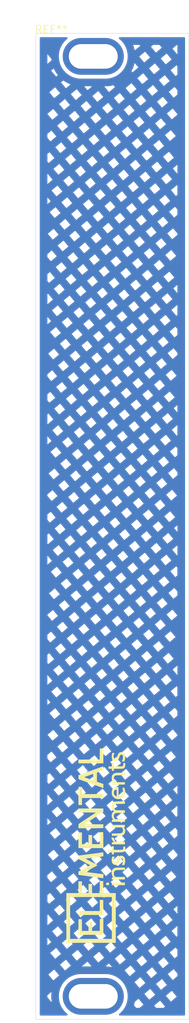
<source format=kicad_pcb>
(kicad_pcb (version 20241229) (generator "pcbnew") (generator_version "9.0")
  (layers (0 "F.Cu" signal) (2 "B.Cu" signal) (13 "F.Paste" user) (15 "B.Paste" user) (5 "F.SilkS" user "F.Silkscreen") (7 "B.SilkS" user "B.Silkscreen") (1 "F.Mask" user) (3 "B.Mask" user) (25 "Edge.Cuts" user))
  (net 0 "")
  (footprint "elemental:elemental-25.4mm" (layer "F.Cu") (at 136 138 90)
    (property "Reference" "G***" (hide yes))
    (property "Value" "LOGO" (hide yes))
    (fp_poly (pts (xy -4.84505 1.935537) (xy -4.6863 1.9431) (xy -4.672916 3.6322) (xy -5.0038 3.6322) (xy -5.0038 1.927975) (xy -4.84505 1.935537)) (stroke (width 0.01)) (fill yes) (layer "F.SilkS"))
    (fp_poly (pts (xy -4.84505 1.198937) (xy -4.6863 1.2065) (xy -4.67879 1.37795) (xy -4.671279 1.5494) (xy -5.0038 1.5494) (xy -5.0038 1.191375) (xy -4.84505 1.198937)) (stroke (width 0.01)) (fill yes) (layer "F.SilkS"))
    (fp_poly (pts (xy 11.3665 0.3429) (xy 12.08405 0.349645) (xy 12.8016 0.356391) (xy 12.8016 0.8128) (xy 10.8712 0.8128) (xy 10.8712 -2.4384) (xy 11.353366 -2.4384) (xy 11.3665 0.3429)) (stroke (width 0.01)) (fill yes) (layer "F.SilkS"))
    (fp_poly (pts (xy 7.7978 -1.9812) (xy 6.858 -1.9812) (xy 6.858 0.8128) (xy 6.35 0.8128) (xy 6.35 -1.9812) (xy 5.4356 -1.9812) (xy 5.4356 -2.4384) (xy 7.7978 -2.4384) (xy 7.7978 -1.9812)) (stroke (width 0.01)) (fill yes) (layer "F.SilkS"))
    (fp_poly (pts (xy -8.382 0.3556) (xy -6.932223 0.3556) (xy -6.939562 0.57785) (xy -6.9469 0.8001) (xy -7.91845 0.806751) (xy -8.89 0.813403) (xy -8.89 -2.4384) (xy -8.382 -2.4384) (xy -8.382 0.3556)) (stroke (width 0.01)) (fill yes) (layer "F.SilkS"))
    (fp_poly (pts (xy -9.454162 -2.21615) (xy -9.4615 -1.9939) (xy -10.21715 -1.987173) (xy -10.9728 -1.980445) (xy -10.9728 -1.1176) (xy -9.779 -1.1176) (xy -9.779 -0.6604) (xy -10.9728 -0.6604) (xy -10.9728 0.3556) (xy -9.4234 0.3556) (xy -9.4234 0.8128) (xy -11.4808 0.8128) (xy -11.4808 -2.4384) (xy -9.446823 -2.4384) (xy -9.454162 -2.21615)) (stroke (width 0.01)) (fill yes) (layer "F.SilkS"))
    (fp_poly (pts (xy 1.8542 -1.9812) (xy 0.3302 -1.9812) (xy 0.3302 -1.1176) (xy 1.524 -1.1176) (xy 1.524 -0.6604) (xy 0.3302 -0.6604) (xy 0.3302 0.3556) (xy 1.906977 0.3556) (xy 1.899638 0.57785) (xy 1.8923 0.8001) (xy 0.85725 0.806734) (xy -0.1778 0.813369) (xy -0.1778 -2.4384) (xy 1.8542 -2.4384) (xy 1.8542 -1.9812)) (stroke (width 0.01)) (fill yes) (layer "F.SilkS"))
    (fp_poly (pts (xy -6.0452 -2.4384) (xy -4.5212 -2.4384) (xy -4.5212 -1.9812) (xy -6.0452 -1.9812) (xy -6.0452 -1.1176) (xy -4.8514 -1.1176) (xy -4.8514 -0.6604) (xy -6.0452 -0.6604) (xy -6.0452 0.3556) (xy -4.468423 0.3556) (xy -4.475762 0.57785) (xy -4.4831 0.8001) (xy -6.0452 0.813534) (xy -6.0452 2.4384) (xy -12.5222 2.4384) (xy -12.5222 -3.5306) (xy -12.0142 -3.5306) (xy -12.0142 1.9304) (xy -6.5532 1.9304) (xy -6.5532 -3.5306) (xy -12.0142 -3.5306) (xy -12.5222 -3.5306) (xy -12.5222 -4.0132) (xy -6.0452 -4.0132) (xy -6.0452 -2.4384)) (stroke (width 0.01)) (fill yes) (layer "F.SilkS"))
    (fp_poly (pts (xy 2.685008 -2.43291) (xy 2.957016 -2.4257) (xy 4.4577 -0.149554) (xy 4.464308 -1.293977) (xy 4.470917 -2.438401) (xy 4.724658 -2.4384) (xy 4.9784 -2.4384) (xy 4.9784 0.8128) (xy 4.554809 0.8128) (xy 3.737935 -0.41275) (xy 2.921062 -1.6383) (xy 2.921 0.8128) (xy 2.683933 0.8128) (xy 2.578785 0.811092) (xy 2.493634 0.806512) (xy 2.440692 0.799874) (xy 2.429933 0.795866) (xy 2.426976 0.768164) (xy 2.424182 0.693994) (xy 2.421598 0.577688) (xy 2.419269 0.423578) (xy 2.417239 0.235996) (xy 2.415553 0.019274) (xy 2.414257 -0.222255) (xy 2.413396 -0.48426) (xy 2.413015 -0.76241) (xy 2.413 -0.830593) (xy 2.413 -2.440119) (xy 2.685008 -2.43291)) (stroke (width 0.01)) (fill yes) (layer "F.SilkS"))
    (fp_poly (pts (xy 1.193902 1.884169) (xy 1.211102 1.904924) (xy 1.206875 1.93675) (xy 1.193102 1.999768) (xy 1.176511 2.08045) (xy 1.17389 2.093642) (xy 1.160035 2.150539) (xy 1.13788 2.18354) (xy 1.093614 2.203555) (xy 1.013423 2.221494) (xy 1.011537 2.22187) (xy 0.90844 2.25159) (xy 0.806793 2.295111) (xy 0.764638 2.319338) (xy 0.6604 2.38832) (xy 0.6604 3.6322) (xy 0.3048 3.6322) (xy 0.3048 1.9304) (xy 0.4445 1.9304) (xy 0.524604 1.932162) (xy 0.566321 1.941014) (xy 0.582032 1.962302) (xy 0.5842 1.990725) (xy 0.58935 2.061532) (xy 0.599492 2.127513) (xy 0.614785 2.203976) (xy 0.730897 2.092721) (xy 0.858261 1.988615) (xy 0.986468 1.916469) (xy 1.104871 1.881846) (xy 1.138803 1.8796) (xy 1.193902 1.884169)) (stroke (width 0.01)) (fill yes) (layer "F.SilkS"))
    (fp_poly (pts (xy -3.346336 1.910351) (xy -3.165998 1.937068) (xy -3.022398 1.994053) (xy -2.908415 2.085947) (xy -2.816924 2.217394) (xy -2.788891 2.273616) (xy -2.770478 2.316222) (xy -2.756247 2.35898) (xy -2.745544 2.409176) (xy -2.737712 2.474093) (xy -2.7321 2.561016) (xy -2.728051 2.67723) (xy -2.724911 2.830018) (xy -2.722166 3.01625) (xy -2.713832 3.6322) (xy -3.017088 3.6322) (xy -3.026713 3.06705) (xy -3.030333 2.879183) (xy -3.034414 2.73473) (xy -3.039621 2.626304) (xy -3.04662 2.546519) (xy -3.056076 2.487989) (xy -3.068653 2.443328) (xy -3.085018 2.40515) (xy -3.086619 2.401939) (xy -3.153238 2.300008) (xy -3.237396 2.234701) (xy -3.35044 2.199174) (xy -3.439462 2.189137) (xy -3.609415 2.193447) (xy -3.74865 2.231957) (xy -3.861446 2.30314) (xy -3.937 2.366715) (xy -3.937 3.6322) (xy -4.2672 3.6322) (xy -4.2672 1.9304) (xy -4.141351 1.9304) (xy -4.066172 1.932315) (xy -4.026853 1.944141) (xy -4.008464 1.974996) (xy -3.999219 2.017197) (xy -3.982936 2.103995) (xy -3.871484 2.033315) (xy -3.715494 1.954595) (xy -3.550379 1.914468) (xy -3.361261 1.909451) (xy -3.346336 1.910351)) (stroke (width 0.01)) (fill yes) (layer "F.SilkS"))
    (fp_poly (pts (xy 9.094872 1.916694) (xy 9.264307 1.961994) (xy 9.402512 2.046886) (xy 9.510476 2.171945) (xy 9.57869 2.308898) (xy 9.596546 2.360134) (xy 9.610423 2.41413) (xy 9.621032 2.478614) (xy 9.629082 2.561317) (xy 9.635284 2.669968) (xy 9.640346 2.812297) (xy 9.644981 2.996034) (xy 9.645988 3.04165) (xy 9.658825 3.6322) (xy 9.325177 3.6322) (xy 9.317138 3.04165) (xy 9.313527 2.831709) (xy 9.308027 2.666177) (xy 9.299076 2.538664) (xy 9.285111 2.442778) (xy 9.264568 2.37213) (xy 9.235883 2.320329) (xy 9.197495 2.280986) (xy 9.147838 2.247709) (xy 9.118996 2.231722) (xy 8.999597 2.192195) (xy 8.859852 2.183059) (xy 8.716235 2.202081) (xy 8.585219 2.247028) (xy 8.483276 2.315666) (xy 8.480649 2.318258) (xy 8.4074 2.391507) (xy 8.4074 3.6322) (xy 8.1026 3.6322) (xy 8.1026 1.927616) (xy 8.22176 1.935358) (xy 8.295223 1.943058) (xy 8.334129 1.960795) (xy 8.354714 1.999265) (xy 8.362875 2.028306) (xy 8.380066 2.083043) (xy 8.398515 2.095837) (xy 8.427864 2.075715) (xy 8.560715 1.990222) (xy 8.727944 1.933558) (xy 8.893216 1.910409) (xy 9.094872 1.916694)) (stroke (width 0.01)) (fill yes) (layer "F.SilkS"))
    (fp_poly (pts (xy 2.67335 1.935537) (xy 2.8321 1.9431) (xy 2.845484 3.6322) (xy 2.695917 3.6322) (xy 2.61219 3.630868) (xy 2.565884 3.622677) (xy 2.543622 3.601334) (xy 2.532029 3.560547) (xy 2.530815 3.554529) (xy 2.515281 3.476858) (xy 2.41969 3.55241) (xy 2.273927 3.636951) (xy 2.107716 3.675838) (xy 1.919877 3.669278) (xy 1.840378 3.654419) (xy 1.720074 3.604847) (xy 1.605756 3.517642) (xy 1.512532 3.405147) (xy 1.491512 3.369393) (xy 1.474384 3.334972) (xy 1.461001 3.299011) (xy 1.450806 3.25482) (xy 1.443243 3.19571) (xy 1.437755 3.114991) (xy 1.433784 3.005974) (xy 1.430774 2.861969) (xy 1.428168 2.676286) (xy 1.427212 2.59715) (xy 1.419324 1.9304) (xy 1.7272 1.9304) (xy 1.7272 2.459189) (xy 1.728816 2.680117) (xy 1.734417 2.856652) (xy 1.745133 2.995121) (xy 1.762092 3.101852) (xy 1.786425 3.183172) (xy 1.81926 3.245408) (xy 1.861727 3.294886) (xy 1.879136 3.310412) (xy 1.988877 3.371542) (xy 2.117825 3.394353) (xy 2.252514 3.379424) (xy 2.379478 3.327335) (xy 2.437245 3.286374) (xy 2.5146 3.221284) (xy 2.5146 1.927975) (xy 2.67335 1.935537)) (stroke (width 0.01)) (fill yes) (layer "F.SilkS"))
    (fp_poly (pts (xy -0.4064 1.9304) (xy 0.0508 1.9304) (xy 0.0508 2.1844) (xy -0.4064 2.1844) (xy -0.4064 2.740386) (xy -0.406101 2.941399) (xy -0.403699 3.097477) (xy -0.396934 3.214485) (xy -0.383549 3.298288) (xy -0.361285 3.354751) (xy -0.327885 3.389738) (xy -0.281089 3.409115) (xy -0.218639 3.418746) (xy -0.143094 3.424189) (xy 0.0254 3.434917) (xy 0.0254 3.518781) (xy 0.021963 3.599044) (xy 0.004953 3.647731) (xy -0.035677 3.672563) (xy -0.109976 3.681259) (xy -0.186868 3.681885) (xy -0.294259 3.676391) (xy -0.395756 3.663151) (xy -0.463791 3.646695) (xy -0.53692 3.618144) (xy -0.594849 3.586549) (xy -0.639453 3.545904) (xy -0.67261 3.490201) (xy -0.696195 3.413435) (xy -0.712086 3.309599) (xy -0.722159 3.172687) (xy -0.72829 2.996692) (xy -0.732176 2.78765) (xy -0.741284 2.1844) (xy -1.022647 2.1844) (xy -1.006903 2.08915) (xy -0.996451 2.0184) (xy -0.991063 1.967321) (xy -0.99088 1.96215) (xy -0.966019 1.940361) (xy -0.89208 1.930854) (xy -0.8636 1.9304) (xy -0.7366 1.9304) (xy -0.7366 1.726402) (xy -0.735974 1.621546) (xy -0.728079 1.556586) (xy -0.70389 1.520649) (xy -0.654381 1.502862) (xy -0.570528 1.492353) (xy -0.53975 1.489242) (xy -0.4064 1.475593) (xy -0.4064 1.9304)) (stroke (width 0.01)) (fill yes) (layer "F.SilkS"))
    (fp_poly (pts (xy 10.455688 1.501638) (xy 10.462109 1.550818) (xy 10.464564 1.637972) (xy 10.4648 1.699082) (xy 10.4648 1.9304) (xy 10.922 1.9304) (xy 10.922 2.1844) (xy 10.458248 2.1844) (xy 10.469524 2.756642) (xy 10.473487 2.955333) (xy 10.478213 3.109146) (xy 10.486145 3.223975) (xy 10.499726 3.305713) (xy 10.521399 3.360254) (xy 10.553607 3.393493) (xy 10.598792 3.411324) (xy 10.659397 3.419639) (xy 10.737865 3.424335) (xy 10.746462 3.424813) (xy 10.839702 3.431159) (xy 10.892146 3.439565) (xy 10.913764 3.45391) (xy 10.914527 3.478071) (xy 10.911827 3.489139) (xy 10.900385 3.557413) (xy 10.896946 3.61315) (xy 10.8966 3.683) (xy 10.69975 3.680816) (xy 10.593956 3.676924) (xy 10.498951 3.668708) (xy 10.433802 3.657868) (xy 10.42973 3.656725) (xy 10.357439 3.622912) (xy 10.293106 3.576358) (xy 10.252965 3.535906) (xy 10.221765 3.492934) (xy 10.198395 3.440695) (xy 10.181739 3.37244) (xy 10.170686 3.281423) (xy 10.164123 3.160894) (xy 10.160936 3.004106) (xy 10.160012 2.804311) (xy 10.16 2.769415) (xy 10.16 2.1844) (xy 9.877816 2.1844) (xy 9.8933 1.9431) (xy 10.02665 1.935422) (xy 10.16 1.927745) (xy 10.16 1.4986) (xy 10.272222 1.4986) (xy 10.35083 1.49523) (xy 10.412069 1.486796) (xy 10.424622 1.483182) (xy 10.443721 1.481929) (xy 10.455688 1.501638)) (stroke (width 0.01)) (fill yes) (layer "F.SilkS"))
    (fp_poly (pts (xy 7.174804 1.919555) (xy 7.264329 1.926557) (xy 7.331008 1.940858) (xy 7.388773 1.964609) (xy 7.4041 1.972624) (xy 7.558665 2.08229) (xy 7.671912 2.221221) (xy 7.743065 2.388073) (xy 7.771349 2.581504) (xy 7.771842 2.60985) (xy 7.7724 2.794) (xy 6.523763 2.794) (xy 6.540388 2.87655) (xy 6.578893 3.002709) (xy 6.638814 3.125143) (xy 6.71085 3.227691) (xy 6.777951 3.289361) (xy 6.928425 3.35919) (xy 7.106783 3.392166) (xy 7.305422 3.387783) (xy 7.516737 3.345537) (xy 7.536511 3.339742) (xy 7.606755 3.320389) (xy 7.653318 3.310931) (xy 7.663155 3.311288) (xy 7.670719 3.3386) (xy 7.681312 3.399161) (xy 7.686384 3.434014) (xy 7.702188 3.549313) (xy 7.540444 3.604359) (xy 7.361785 3.649766) (xy 7.17311 3.67128) (xy 6.992956 3.667824) (xy 6.858615 3.64396) (xy 6.658151 3.564982) (xy 6.491693 3.451308) (xy 6.362408 3.30552) (xy 6.294905 3.183907) (xy 6.228446 2.977832) (xy 6.207618 2.770992) (xy 6.230266 2.570132) (xy 6.231874 2.5654) (xy 6.554457 2.5654) (xy 7.4422 2.5654) (xy 7.442105 2.49555) (xy 7.419838 2.398758) (xy 7.361947 2.305971) (xy 7.28142 2.235944) (xy 7.251959 2.220971) (xy 7.102371 2.183366) (xy 6.953439 2.19054) (xy 6.814713 2.238548) (xy 6.695742 2.323446) (xy 6.606076 2.44129) (xy 6.579861 2.498582) (xy 6.554457 2.5654) (xy 6.231874 2.5654) (xy 6.294234 2.382001) (xy 6.397369 2.213344) (xy 6.537514 2.07091) (xy 6.6802 1.977543) (xy 6.742258 1.948875) (xy 6.805093 1.930973) (xy 6.883342 1.921459) (xy 6.991646 1.917953) (xy 7.0485 1.9177) (xy 7.174804 1.919555)) (stroke (width 0.01)) (fill yes) (layer "F.SilkS"))
    (fp_poly (pts (xy 9.341517 -2.369408) (xy 9.354354 -2.333592) (xy 9.382826 -2.254214) (xy 9.425406 -2.135524) (xy 9.480569 -1.981775) (xy 9.54679 -1.797217) (xy 9.622543 -1.586102) (xy 9.706303 -1.352682) (xy 9.796545 -1.101208) (xy 9.891741 -0.835932) (xy 9.915801 -0.768889) (xy 10.011272 -0.502459) (xy 10.101474 -0.249966) (xy 10.184964 -0.015499) (xy 10.260299 0.196851) (xy 10.326035 0.382996) (xy 10.38073 0.538846) (xy 10.422941 0.660312) (xy 10.451223 0.743303) (xy 10.464135 0.78373) (xy 10.4648 0.786861) (xy 10.440478 0.799286) (xy 10.371644 0.808013) (xy 10.264493 0.812402) (xy 10.213202 0.8128) (xy 9.961604 0.8128) (xy 9.886463 0.60325) (xy 9.839172 0.47069) (xy 9.786438 0.321854) (xy 9.739413 0.188219) (xy 9.738011 0.184215) (xy 9.6647 -0.025269) (xy 9.066089 -0.025335) (xy 8.467479 -0.0254) (xy 8.171811 0.8128) (xy 7.647281 0.8128) (xy 7.723128 0.60325) (xy 7.745649 0.540757) (xy 7.783477 0.435471) (xy 7.834805 0.29243) (xy 7.897828 0.116671) (xy 7.970739 -0.086767) (xy 8.051735 -0.312848) (xy 8.121626 -0.508) (xy 8.639044 -0.508) (xy 9.494972 -0.508) (xy 9.41021 -0.74295) (xy 9.368725 -0.858781) (xy 9.316932 -1.004645) (xy 9.261184 -1.162583) (xy 9.207836 -1.314641) (xy 9.203465 -1.32715) (xy 9.159502 -1.45053) (xy 9.120694 -1.554779) (xy 9.090318 -1.63145) (xy 9.071648 -1.6721) (xy 9.068042 -1.6764) (xy 9.055031 -1.653884) (xy 9.028972 -1.592284) (xy 8.993425 -1.500528) (xy 8.951949 -1.387542) (xy 8.943991 -1.36525) (xy 8.889869 -1.21303) (xy 8.830092 -1.044944) (xy 8.772875 -0.884093) (xy 8.736212 -0.78105) (xy 8.639044 -0.508) (xy 8.121626 -0.508) (xy 8.139008 -0.556532) (xy 8.230753 -0.812783) (xy 8.303491 -1.016) (xy 8.808009 -2.4257) (xy 9.06212 -2.432908) (xy 9.316232 -2.440116) (xy 9.341517 -2.369408)) (stroke (width 0.01)) (fill yes) (layer "F.SilkS"))
    (fp_poly (pts (xy -1.604805 1.916296) (xy -1.459153 1.941895) (xy -1.4224 1.952382) (xy -1.2827 1.99666) (xy -1.291375 2.13498) (xy -1.297045 2.212238) (xy -1.302465 2.264833) (xy -1.305321 2.278779) (xy -1.328788 2.271383) (xy -1.383696 2.246545) (xy -1.434301 2.221629) (xy -1.527769 2.1827) (xy -1.624878 2.163553) (xy -1.733459 2.159) (xy -1.82968 2.161025) (xy -1.891878 2.170416) (xy -1.936773 2.192144) (xy -1.981084 2.23118) (xy -1.983154 2.233246) (xy -2.042077 2.318695) (xy -2.056545 2.406544) (xy -2.025862 2.486801) (xy -2.002645 2.512833) (xy -1.955148 2.542866) (xy -1.872829 2.581393) (xy -1.769507 2.622267) (xy -1.709175 2.643374) (xy -1.526694 2.713624) (xy -1.388714 2.789593) (xy -1.288952 2.875823) (xy -1.221122 2.976854) (xy -1.208251 3.005359) (xy -1.180071 3.082817) (xy -1.170997 3.146826) (xy -1.179132 3.222555) (xy -1.188354 3.269327) (xy -1.239407 3.413168) (xy -1.326326 3.524448) (xy -1.450744 3.604265) (xy -1.614291 3.653715) (xy -1.78862 3.672841) (xy -1.916408 3.672949) (xy -2.038214 3.663536) (xy -2.1209 3.648918) (xy -2.21528 3.619755) (xy -2.304574 3.58487) (xy -2.33321 3.571175) (xy -2.388867 3.536375) (xy -2.408123 3.50043) (xy -2.40306 3.449145) (xy -2.391406 3.366117) (xy -2.3876 3.300041) (xy -2.3876 3.228232) (xy -2.26695 3.290484) (xy -2.123112 3.349365) (xy -1.972992 3.384407) (xy -1.827741 3.395243) (xy -1.698513 3.381505) (xy -1.59646 3.342826) (xy -1.558911 3.313819) (xy -1.505358 3.23435) (xy -1.50079 3.154671) (xy -1.543451 3.076983) (xy -1.631583 3.003483) (xy -1.76343 2.936373) (xy -1.898334 2.88902) (xy -2.076847 2.824191) (xy -2.209104 2.748403) (xy -2.299207 2.657404) (xy -2.351257 2.546939) (xy -2.369354 2.412755) (xy -2.369458 2.4003) (xy -2.346015 2.248004) (xy -2.278301 2.11712) (xy -2.170236 2.012994) (xy -2.034797 1.944086) (xy -1.912479 1.917123) (xy -1.762532 1.90795) (xy -1.604805 1.916296)) (stroke (width 0.01)) (fill yes) (layer "F.SilkS"))
    (fp_poly (pts (xy 11.902293 1.921917) (xy 12.019473 1.935593) (xy 12.111602 1.960269) (xy 12.119582 1.96327) (xy 12.237665 2.00884) (xy 12.225441 2.11567) (xy 12.213554 2.20698) (xy 12.198011 2.254505) (xy 12.169365 2.264932) (xy 12.118168 2.244945) (xy 12.074806 2.222258) (xy 11.966725 2.180939) (xy 11.846131 2.160387) (xy 11.724853 2.15958) (xy 11.614723 2.177496) (xy 11.527571 2.213112) (xy 11.475225 2.265405) (xy 11.471178 2.274437) (xy 11.456068 2.356971) (xy 11.464269 2.443195) (xy 11.487348 2.497783) (xy 11.523232 2.523691) (xy 11.596133 2.560571) (xy 11.694918 2.603205) (xy 11.791898 2.64043) (xy 11.947166 2.699646) (xy 12.062482 2.751666) (xy 12.147022 2.802215) (xy 12.209962 2.857022) (xy 12.260479 2.921812) (xy 12.272216 2.940198) (xy 12.311226 3.022518) (xy 12.326699 3.115486) (xy 12.327333 3.17742) (xy 12.305792 3.331066) (xy 12.246547 3.454201) (xy 12.145896 3.552108) (xy 12.0142 3.624161) (xy 11.94334 3.643578) (xy 11.839005 3.65944) (xy 11.71847 3.670422) (xy 11.599008 3.675197) (xy 11.497897 3.672439) (xy 11.4554 3.667048) (xy 11.357349 3.643212) (xy 11.25999 3.611476) (xy 11.178799 3.577641) (xy 11.129256 3.547509) (xy 11.125159 3.54325) (xy 11.10804 3.487185) (xy 11.111298 3.385153) (xy 11.113461 3.366599) (xy 11.131114 3.225312) (xy 11.212784 3.275786) (xy 11.33475 3.33335) (xy 11.476231 3.372279) (xy 11.623215 3.391316) (xy 11.761691 3.389202) (xy 11.877646 3.36468) (xy 11.92853 3.34004) (xy 11.983783 3.276311) (xy 12.003412 3.189678) (xy 11.989474 3.113274) (xy 11.9488 3.051619) (xy 11.872855 2.994776) (xy 11.756585 2.939829) (xy 11.594933 2.883866) (xy 11.587496 2.881578) (xy 11.406772 2.811049) (xy 11.273033 2.724099) (xy 11.184809 2.619555) (xy 11.14844 2.53198) (xy 11.131032 2.377395) (xy 11.161318 2.232505) (xy 11.236249 2.104638) (xy 11.352773 2.001128) (xy 11.37506 1.987325) (xy 11.434836 1.954876) (xy 11.489983 1.934394) (xy 11.554956 1.923175) (xy 11.644211 1.918518) (xy 11.7475 1.9177) (xy 11.902293 1.921917)) (stroke (width 0.01)) (fill yes) (layer "F.SilkS"))
    (fp_poly (pts (xy 4.265727 1.938772) (xy 4.414281 2.009738) (xy 4.537782 2.118157) (xy 4.542652 2.123973) (xy 4.624005 2.2225) (xy 4.688755 2.139934) (xy 4.750312 2.077398) (xy 4.832387 2.013188) (xy 4.872302 1.987534) (xy 4.932201 1.954996) (xy 4.987355 1.934455) (xy 5.052231 1.923202) (xy 5.141293 1.918526) (xy 5.2451 1.9177) (xy 5.36808 1.919232) (xy 5.454391 1.925411) (xy 5.518111 1.938605) (xy 5.573318 1.961187) (xy 5.604793 1.978259) (xy 5.682425 2.032018) (xy 5.749206 2.093505) (xy 5.765004 2.112556) (xy 5.804367 2.170025) (xy 5.835429 2.228374) (xy 5.859333 2.294623) (xy 5.87722 2.375795) (xy 5.890232 2.478911) (xy 5.899511 2.610991) (xy 5.906199 2.779057) (xy 5.911437 2.990129) (xy 5.911973 3.01625) (xy 5.924443 3.6322) (xy 5.591323 3.6322) (xy 5.583311 3.02895) (xy 5.579735 2.815108) (xy 5.574376 2.646024) (xy 5.565797 2.515653) (xy 5.552561 2.417954) (xy 5.53323 2.346884) (xy 5.506367 2.2964) (xy 5.470534 2.260461) (xy 5.424294 2.233024) (xy 5.390375 2.217886) (xy 5.289533 2.192665) (xy 5.169386 2.18697) (xy 5.049161 2.199484) (xy 4.948084 2.228888) (xy 4.908823 2.250891) (xy 4.861046 2.289201) (xy 4.823884 2.330085) (xy 4.796014 2.380212) (xy 4.776119 2.446255) (xy 4.762877 2.534885) (xy 4.754969 2.652771) (xy 4.751074 2.806586) (xy 4.749873 3.003) (xy 4.749839 3.05435) (xy 4.7498 3.6322) (xy 4.422977 3.6322) (xy 4.414938 3.04165) (xy 4.411386 2.832562) (xy 4.40612 2.667815) (xy 4.397694 2.540952) (xy 4.384664 2.445515) (xy 4.365584 2.375046) (xy 4.339008 2.323086) (xy 4.303492 2.283178) (xy 4.257591 2.248865) (xy 4.234216 2.234171) (xy 4.123272 2.193173) (xy 3.991004 2.184535) (xy 3.853312 2.206043) (xy 3.726095 2.255484) (xy 3.638896 2.317039) (xy 3.621125 2.335064) (xy 3.607453 2.355824) (xy 3.597344 2.385721) (xy 3.590259 2.431154) (xy 3.585662 2.498524) (xy 3.583015 2.59423) (xy 3.58178 2.724672) (xy 3.58142 2.896252) (xy 3.5814 3.001627) (xy 3.5814 3.6322) (xy 3.2512 3.6322) (xy 3.2512 1.9304) (xy 3.375373 1.9304) (xy 3.449902 1.932342) (xy 3.488738 1.944546) (xy 3.506982 1.976579) (xy 3.516292 2.019662) (xy 3.533038 2.108925) (xy 3.615736 2.045848) (xy 3.767124 1.958797) (xy 3.93241 1.912481) (xy 4.101857 1.906079) (xy 4.265727 1.938772)) (stroke (width 0.01)) (fill yes) (layer "F.SilkS"))
    (fp_poly (pts (xy -1.156496 -2.35585) (xy -1.149121 -2.307588) (xy -1.13606 -2.216251) (xy -1.11803 -2.087163) (xy -1.095746 -1.925649) (xy -1.069922 -1.737033) (xy -1.041274 -1.52664) (xy -1.010517 -1.299794) (xy -0.978367 -1.06182) (xy -0.945539 -0.818042) (xy -0.912748 -0.573785) (xy -0.880709 -0.334372) (xy -0.850138 -0.105129) (xy -0.821751 0.10862) (xy -0.796262 0.30155) (xy -0.774386 0.468338) (xy -0.75684 0.603658) (xy -0.744337 0.702187) (xy -0.737595 0.7586) (xy -0.7366 0.7697) (xy -0.74238 0.789512) (xy -0.765663 0.802206) (xy -0.815367 0.809301) (xy -0.900411 0.81231) (xy -0.990117 0.8128) (xy -1.105643 0.812171) (xy -1.180115 0.808892) (xy -1.223272 0.800867) (xy -1.244858 0.786006) (xy -1.254612 0.762214) (xy -1.256121 0.75565) (xy -1.261775 0.718806) (xy -1.272785 0.637093) (xy -1.288447 0.516079) (xy -1.308057 0.361332) (xy -1.330914 0.178422) (xy -1.356315 -0.027084) (xy -1.383556 -0.249617) (xy -1.397984 -0.3683) (xy -1.42597 -0.596774) (xy -1.45269 -0.810529) (xy -1.477419 -1.004087) (xy -1.499432 -1.171971) (xy -1.518006 -1.308702) (xy -1.532417 -1.408804) (xy -1.541941 -1.466797) (xy -1.54473 -1.478515) (xy -1.558238 -1.475217) (xy -1.588423 -1.436547) (xy -1.636332 -1.36072) (xy -1.703013 -1.245949) (xy -1.789512 -1.090452) (xy -1.896878 -0.892443) (xy -1.980764 -0.735565) (xy -2.07848 -0.552716) (xy -2.168845 -0.384947) (xy -2.249069 -0.237335) (xy -2.316363 -0.114955) (xy -2.367937 -0.022886) (xy -2.401003 0.033797) (xy -2.412564 0.050375) (xy -2.427298 0.028744) (xy -2.463135 -0.032488) (xy -2.517192 -0.128139) (xy -2.586584 -0.253031) (xy -2.668429 -0.401983) (xy -2.759843 -0.569815) (xy -2.830794 -0.700968) (xy -2.928299 -0.881315) (xy -3.019042 -1.048397) (xy -3.099987 -1.196682) (xy -3.168099 -1.32064) (xy -3.220342 -1.414739) (xy -3.25368 -1.473449) (xy -3.264092 -1.490458) (xy -3.273438 -1.489423) (xy -3.284536 -1.460314) (xy -3.297955 -1.399652) (xy -3.314265 -1.303958) (xy -3.334035 -1.169753) (xy -3.357836 -0.993559) (xy -3.386236 -0.771897) (xy -3.400647 -0.656565) (xy -3.428164 -0.435644) (xy -3.455563 -0.216852) (xy -3.48175 -0.008857) (xy -3.505627 0.179671) (xy -3.526097 0.340065) (xy -3.542066 0.463656) (xy -3.548738 0.51435) (xy -3.588478 0.8128) (xy -4.0894 0.8128) (xy -4.0894 0.749013) (xy -4.086068 0.713852) (xy -4.07655 0.633751) (xy -4.061571 0.514097) (xy -4.041853 0.360276) (xy -4.018118 0.177677) (xy -3.991088 -0.028312) (xy -3.961487 -0.252305) (xy -3.930037 -0.488914) (xy -3.897461 -0.732752) (xy -3.86448 -0.97843) (xy -3.831817 -1.220562) (xy -3.800196 -1.45376) (xy -3.770338 -1.672636) (xy -3.742966 -1.871804) (xy -3.718802 -2.045875) (xy -3.698569 -2.189462) (xy -3.68299 -2.297177) (xy -3.672788 -2.363634) (xy -3.669595 -2.38125) (xy -3.65972 -2.409385) (xy -3.638581 -2.42634) (xy -3.59533 -2.434885) (xy -3.51912 -2.437792) (xy -3.447567 -2.437973) (xy -3.2385 -2.437545) (xy -2.8321 -1.665482) (xy -2.736305 -1.484885) (xy -2.64756 -1.320248) (xy -2.568676 -1.176581) (xy -2.502465 -1.058891) (xy -2.451736 -0.972188) (xy -2.419301 -0.921482) (xy -2.408343 -0.910259) (xy -2.392766 -0.936) (xy -2.356479 -1.00138) (xy -2.30236 -1.101048) (xy -2.233288 -1.229652) (xy -2.15214 -1.381839) (xy -2.061796 -1.552258) (xy -1.992928 -1.68275) (xy -1.59487 -2.4384) (xy -1.170702 -2.4384) (xy -1.156496 -2.35585)) (stroke (width 0.01)) (fill yes) (layer "F.SilkS"))
  )
  (footprint "Eurorack:Eurorack panel 4HP" (layer "F.Cu") (at 128 32)
    (property "Reference" "REF**" (at 2 -0.5 0) (layer "F.SilkS") (effects (font (thickness 0.1))))
    (property "Value" "Eurorack panel 4HP")
    (fp_rect (start 0 0) (end 20 128.5) (stroke (width 0.05)) (fill no) (layer "Edge.Cuts"))
    (pad "" thru_hole oval (at 7.5 3) (size 8 4.8) (drill oval 6.4 3.2) (layers "*.Cu" "*.Mask"))
    (pad "" thru_hole oval (at 7.5 125.5) (size 8 4.8) (drill oval 6.4 3.2) (layers "*.Cu" "*.Mask"))
  )
  (zone (net 0) (net_name "") (layers "F.Cu" "B.Cu") (connect_pads (clearance 0.5)) (min_thickness 0.25) (fill yes (mode hatch) (thermal_gap 0.5) (thermal_bridge_width 0.5) (island_removal_mode 1) (island_area_min 10) (hatch_thickness 1) (hatch_gap 1) (hatch_orientation 40) (hatch_border_algorithm hatch_thickness) (hatch_min_hole_area 0.3))
    (polygon (pts (xy 128 32) (xy 128 161) (xy 148 161) (xy 148 32)))
  )
)
</source>
